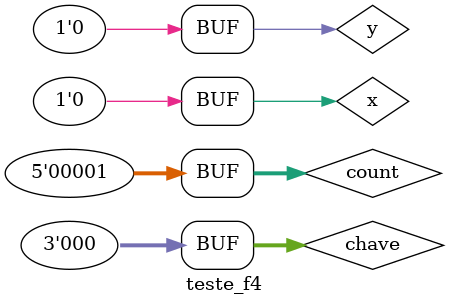
<source format=v>


module multiplexador(output s, input a, input b, input chave);
	wire alpha, beta, tmp;
	
	not (tmp, chave);
	and (beta, b, chave);	
	and (alpha, a , tmp);
	
	or (s, alpha, beta);
	
endmodule

module f4(output s, input a, input b, input [2:0] chave);
	wire alpha, beta, gama, delta, epsilon, digama, temp01, temp02, temp03, temp04, temp05, temp06, temp07, temp08;
	
	or   (temp01, a, b);
	and  (temp02 , a, b);
	multiplexador aa(alpha , temp01, temp02, chave[0]);
	
	nor  (temp03, a, b);
	nand (temp04, a, b);
	multiplexador ab(beta , temp03, temp04, chave[0]);
	
	xor  (temp05, a, b);
	xnor (temp06, a, b);
	multiplexador ac(gama , temp05, temp06, chave[0]);
	
	not a(temp07, a);
	not b(temp08, b);
	multiplexador ad(delta, temp07, temp08, chave[0]);
	
	multiplexador ae(epsilon, alpha, beta, chave[1]);
	multiplexador af(digama, gama, delta, chave[1]);
	
	multiplexador rep(s, epsilon, digama, chave[2]);
	
endmodule

module teste_f4;
	reg[4:0] count;
	reg[2:0] chave;
	reg[0:0] x;
	reg[0:0] y;
	wire[0:0] z;
	
	f4 modulo (z, x, y, chave);
	
	initial begin
		$display("Exemplo0035 - Lucas Porto Lopes - 451408");
		$display("test LU's module");
		
		chave = 3'b000;
		x = 1'b0;
		y = 1'b0;
		
		#1
		$monitor("%3b %3b %3b = %3b", x, y,chave, z);
			count = 0;
      	  repeat (31) begin
        	    count <= count + 1;
				 #1 x<=count[4]; y<=count[3]; chave[2]<=count[2]; chave[1]<=count[1]; chave[0]<=count[0];
		end		
		
	end
	
endmodule
</source>
